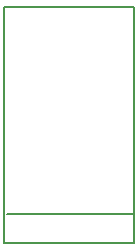
<source format=gbr>
G04 #@! TF.FileFunction,Profile,NP*
%FSLAX46Y46*%
G04 Gerber Fmt 4.6, Leading zero omitted, Abs format (unit mm)*
G04 Created by KiCad (PCBNEW 4.0.6) date 11/03/17 18:05:41*
%MOMM*%
%LPD*%
G01*
G04 APERTURE LIST*
%ADD10C,0.100000*%
%ADD11C,0.150000*%
G04 APERTURE END LIST*
D10*
D11*
X143000000Y-97000000D02*
X143000000Y-117000000D01*
X154000000Y-97000000D02*
X143000000Y-97000000D01*
X154000000Y-117000000D02*
X154000000Y-97000000D01*
X143000000Y-117000000D02*
X154000000Y-117000000D01*
X143256000Y-114554000D02*
X153924000Y-114554000D01*
M02*

</source>
